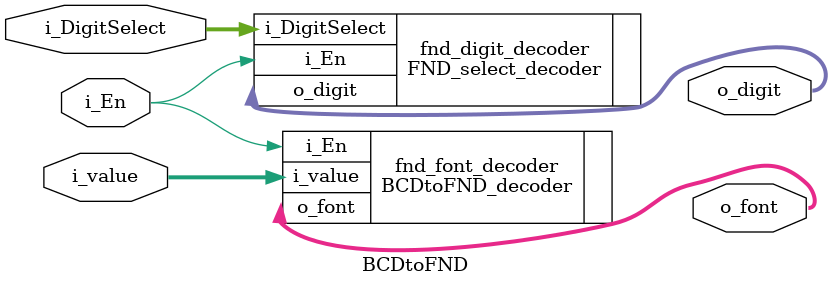
<source format=v>
`timescale 1ns / 1ps


module BCDtoFND(
    input [1:0] i_DigitSelect,
    input [3:0] i_value,
    input i_En,

    output [3:0] o_digit,
    output [7:0] o_font
    );

    FND_select_decoder fnd_digit_decoder(
        .i_DigitSelect(i_DigitSelect),
        .i_En(i_En),
        .o_digit(o_digit)
    );

    BCDtoFND_decoder fnd_font_decoder(
        .i_value(i_value),
        .i_En(i_En),
        .o_font(o_font)
    );
endmodule

</source>
